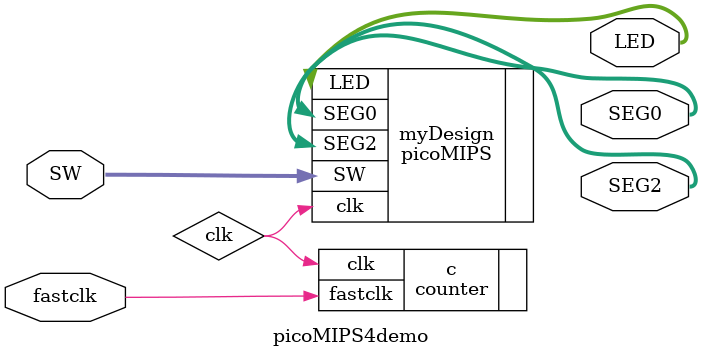
<source format=sv>
module picoMIPS4demo(
    input logic fastclk,  // 50MHz Altera DE0 clock
    input logic [9:0] SW, // Switches SW0..SW9
    output logic [9:0] LED, // LEDs
    output logic [6:0] SEG0, SEG2);
    
    logic clk; // slow clock, about 10Hz
    
    counter c (.fastclk(fastclk),.clk(clk)); // slow clk from counter
    
    // to obtain the cost figure, synthesise your design without the counter 
    // and the picoMIPS4test module using Cyclone IV E as target
    // and make a note of the synthesis statistics
    picoMIPS myDesign (.clk(clk), .SW(SW),.LED(LED), .SEG0(SEG0), .SEG2(SEG2));
    
  endmodule  
</source>
